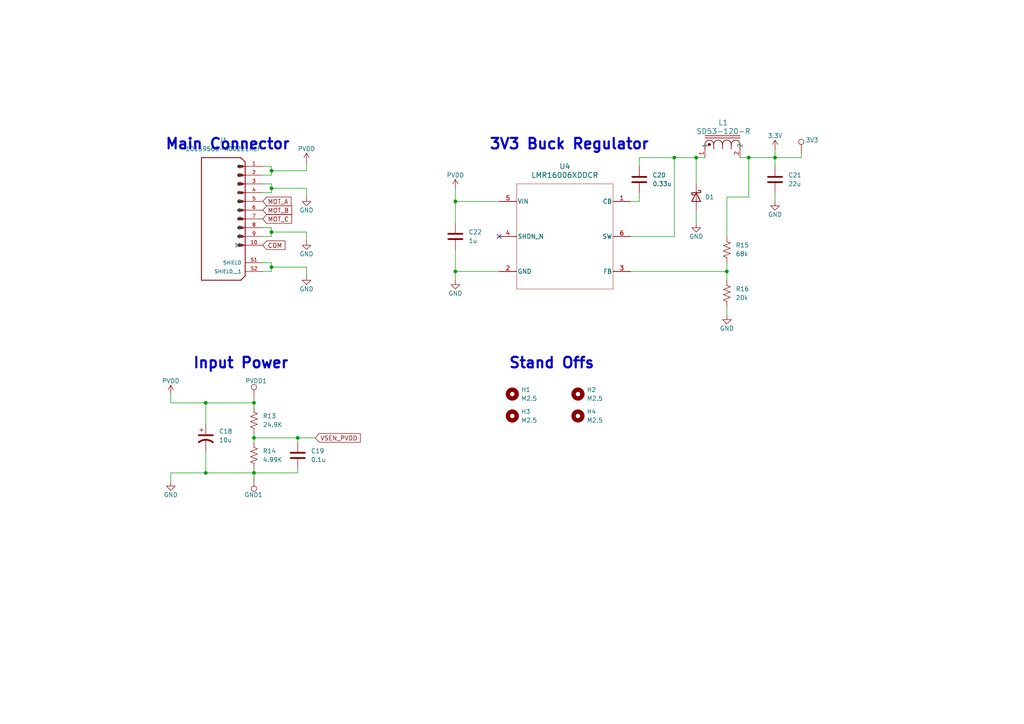
<source format=kicad_sch>
(kicad_sch (version 20231120) (generator "eeschema") (generator_version "8.0")
  (paper "A4")
  (title_block (title "Easy ESC") (date "2024-08-06") (rev "1.0") (company "Buckley Boards "))
  (lib_symbols
    (symbol "Connector:TestPoint" (pin_numbers hide) (pin_names (offset 0.762) hide)
      (property "Reference" "TP" (at 0 6.858 0))
      (property "Value" "TestPoint" (at 0 5.08 0))
      (symbol "TestPoint_0_1"
        (circle (center 0 3.302) (radius 0.762))
      )
      (symbol "TestPoint_1_1"
        (pin passive line (at 0 0 90) (length 2.54) (name "1") (number "1"))
      )
    )
    (symbol "Device:C" (pin_numbers hide) (pin_names (offset 0.254))
      (property "Reference" "C" (at 0.635 2.54 0))
      (property "Value" "C" (at 0.635 -2.54 0))
      (symbol "C_0_1"
        (polyline (pts (xy -2.032 -0.762) (xy 2.032 -0.762)) (stroke (width 0.508)))
        (polyline (pts (xy -2.032 0.762) (xy 2.032 0.762)) (stroke (width 0.508)))
      )
      (symbol "C_1_1"
        (pin passive line (at 0 3.81 270) (length 2.794) (name "~") (number "1"))
        (pin passive line (at 0 -3.81 90) (length 2.794) (name "~") (number "2"))
      )
    )
    (symbol "Device:C_Polarized_US" (pin_numbers hide) (pin_names (offset 0.254) hide)
      (property "Reference" "C" (at 0.635 2.54 0))
      (property "Value" "C_Polarized_US" (at 0.635 -2.54 0))
      (symbol "C_Polarized_US_0_1"
        (polyline (pts (xy -2.032 0.762) (xy 2.032 0.762)) (stroke (width 0.508)))
        (polyline (pts (xy -1.778 2.286) (xy -0.762 2.286)))
        (polyline (pts (xy -1.27 1.778) (xy -1.27 2.794)))
        (arc (start 2.032 -1.27) (mid 0 -0.5572) (end -2.032 -1.27) (stroke (width 0.508)))
      )
      (symbol "C_Polarized_US_1_1"
        (pin passive line (at 0 3.81 270) (length 2.794) (name "~") (number "1"))
        (pin passive line (at 0 -3.81 90) (length 3.302) (name "~") (number "2"))
      )
    )
    (symbol "Device:D_Schottky" (pin_numbers hide) (pin_names (offset 1.016) hide)
      (property "Reference" "D" (at 0 2.54 0))
      (property "Value" "D_Schottky" (at 0 -2.54 0))
      (symbol "D_Schottky_0_1"
        (polyline (pts (xy 1.27 0) (xy -1.27 0)))
        (polyline (pts (xy 1.27 1.27) (xy 1.27 -1.27) (xy -1.27 0) (xy 1.27 1.27)) (stroke (width 0.254)))
        (polyline (pts (xy -1.905 0.635) (xy -1.905 1.27) (xy -1.27 1.27) (xy -1.27 -1.27) (xy -0.635 -1.27) (xy -0.635 -0.635)) (stroke (width 0.254)))
      )
      (symbol "D_Schottky_1_1"
        (pin passive line (at -3.81 0 0) (length 2.54) (name "K") (number "1"))
        (pin passive line (at 3.81 0 180) (length 2.54) (name "A") (number "2"))
      )
    )
    (symbol "Device:R_US" (pin_numbers hide) (pin_names (offset 0))
      (property "Reference" "R" (at 2.54 0 90))
      (property "Value" "R_US" (at -2.54 0 90))
      (symbol "R_US_0_1"
        (polyline (pts (xy 0 -2.286) (xy 0 -2.54)))
        (polyline (pts (xy 0 2.286) (xy 0 2.54)))
        (polyline (pts (xy 0 -0.762) (xy 1.016 -1.143) (xy 0 -1.524) (xy -1.016 -1.905) (xy 0 -2.286)))
        (polyline (pts (xy 0 0.762) (xy 1.016 0.381) (xy 0 0) (xy -1.016 -0.381) (xy 0 -0.762)))
        (polyline (pts (xy 0 2.286) (xy 1.016 1.905) (xy 0 1.524) (xy -1.016 1.143) (xy 0 0.762)))
      )
      (symbol "R_US_1_1"
        (pin passive line (at 0 3.81 270) (length 1.27) (name "~") (number "1"))
        (pin passive line (at 0 -3.81 90) (length 1.27) (name "~") (number "2"))
      )
    )
    (symbol "EasyBLDC:10159560-A00221RLF" (pin_names (offset 1.016))
      (property "Reference" "J" (at 0 16.51 0))
      (property "Value" "10159560-A00221RLF" (at 0 -22.86 0))
      (symbol "10159560-A00221RLF_0_0"
        (polyline (pts (xy 0 -19.05) (xy 1.27 -20.32)) (stroke (width 0.254)))
        (polyline (pts (xy 0 -10.16) (xy 1.905 -10.16)) (stroke (width 0.254)))
        (polyline (pts (xy 0 -7.62) (xy 1.905 -7.62)) (stroke (width 0.254)))
        (polyline (pts (xy 0 -5.08) (xy 1.905 -5.08)) (stroke (width 0.254)))
        (polyline (pts (xy 0 -2.54) (xy 1.905 -2.54)) (stroke (width 0.254)))
        (polyline (pts (xy 0 0) (xy 1.905 0)) (stroke (width 0.254)))
        (polyline (pts (xy 0 2.54) (xy 1.905 2.54)) (stroke (width 0.254)))
        (polyline (pts (xy 0 5.08) (xy 1.905 5.08)) (stroke (width 0.254)))
        (polyline (pts (xy 0 7.62) (xy 1.905 7.62)) (stroke (width 0.254)))
        (polyline (pts (xy 0 10.16) (xy 1.905 10.16)) (stroke (width 0.254)))
        (polyline (pts (xy 0 12.7) (xy 0 -19.05)) (stroke (width 0.254)))
        (polyline (pts (xy 0 12.7) (xy 1.905 12.7)) (stroke (width 0.254)))
        (polyline (pts (xy 0 13.97) (xy 0 12.7)) (stroke (width 0.254)))
        (polyline (pts (xy 0 13.97) (xy 1.27 15.24)) (stroke (width 0.254)))
        (polyline (pts (xy 1.27 -20.32) (xy 12.7 -20.32)) (stroke (width 0.254)))
        (polyline (pts (xy 12.7 -20.32) (xy 12.7 15.24)) (stroke (width 0.254)))
        (polyline (pts (xy 12.7 15.24) (xy 1.27 15.24)) (stroke (width 0.254)))
        (rectangle (start 0.635 -10.4775) (end 2.2225 -9.8425) (stroke (width 0.1)) (fill (type outline)))
        (rectangle (start 0.635 -7.9375) (end 2.2225 -7.3025) (stroke (width 0.1)) (fill (type outline)))
        (rectangle (start 0.635 -5.3975) (end 2.2225 -4.7625) (stroke (width 0.1)) (fill (type outline)))
        (rectangle (start 0.635 -2.8575) (end 2.2225 -2.2225) (stroke (width 0.1)) (fill (type outline)))
        (rectangle (start 0.635 -0.3175) (end 2.2225 0.3175) (stroke (width 0.1)) (fill (type outline)))
        (rectangle (start 0.635 2.2225) (end 2.2225 2.8575) (stroke (width 0.1)) (fill (type outline)))
        (rectangle (start 0.635 4.7625) (end 2.2225 5.3975) (stroke (width 0.1)) (fill (type outline)))
        (rectangle (start 0.635 7.3025) (end 2.2225 7.9375) (stroke (width 0.1)) (fill (type outline)))
        (rectangle (start 0.635 9.8425) (end 2.2225 10.4775) (stroke (width 0.1)) (fill (type outline)))
        (rectangle (start 0.635 12.3825) (end 2.2225 13.0175) (stroke (width 0.1)) (fill (type outline)))
        (pin power_in line (at -5.08 12.7 0) (length 5.08) (name "1") (number "1"))
        (pin power_in line (at -5.08 -10.16 0) (length 5.08) (name "10") (number "10"))
        (pin power_in line (at -5.08 10.16 0) (length 5.08) (name "2") (number "2"))
        (pin power_in line (at -5.08 7.62 0) (length 5.08) (name "3") (number "3"))
        (pin power_in line (at -5.08 5.08 0) (length 5.08) (name "4") (number "4"))
        (pin power_in line (at -5.08 2.54 0) (length 5.08) (name "5") (number "5"))
        (pin power_in line (at -5.08 0 0) (length 5.08) (name "6") (number "6"))
        (pin power_in line (at -5.08 -2.54 0) (length 5.08) (name "7") (number "7"))
        (pin power_in line (at -5.08 -5.08 0) (length 5.08) (name "8") (number "8"))
        (pin power_in line (at -5.08 -7.62 0) (length 5.08) (name "9") (number "9"))
        (pin passive line (at -5.08 -15.24 0) (length 5.08) (name "SHIELD") (number "S1"))
        (pin passive line (at -5.08 -17.78 0) (length 5.08) (name "SHIELD__1") (number "S2"))
      )
    )
    (symbol "EasyBLDC:LMR16006XDDCR" (pin_names (offset 0.254))
      (property "Reference" "U" (at 0 2.54 0))
      (property "Value" "LMR16006XDDCR" (at 0 0 0))
      (symbol "LMR16006XDDCR_0_1"
        (polyline (pts (xy -12.7 -15.24) (xy 15.24 -15.24)) (stroke (width 0.1016)))
        (polyline (pts (xy -12.7 15.24) (xy -12.7 -15.24)) (stroke (width 0.1016)))
        (polyline (pts (xy 15.24 -15.24) (xy 15.24 15.24)) (stroke (width 0.1016)))
        (polyline (pts (xy 15.24 15.24) (xy -12.7 15.24)) (stroke (width 0.1016)))
        (pin output line (at 20.32 10.16 180) (length 5.08) (name "CB") (number "1"))
        (pin power_in line (at -17.78 -10.16 0) (length 5.08) (name "GND") (number "2"))
        (pin input line (at 20.32 -10.16 180) (length 5.08) (name "FB") (number "3"))
        (pin input line (at -17.78 0 0) (length 5.08) (name "SHDN_N") (number "4"))
        (pin power_in line (at -17.78 10.16 0) (length 5.08) (name "VIN") (number "5"))
        (pin power_in line (at 20.32 0 180) (length 5.08) (name "SW") (number "6"))
      )
    )
    (symbol "Mechanical:MountingHole" (pin_names (offset 1.016)) (exclude_from_sim yes) (in_bom no)
      (property "Reference" "H" (at 0 5.08 0))
      (property "Value" "MountingHole" (at 0 3.175 0))
      (symbol "MountingHole_0_1"
        (circle (center 0 0) (radius 1.27) (stroke (width 1.27)))
      )
    )
    (symbol "SD53:SD53-470-R" (pin_names (offset 0.254))
      (property "Reference" "L" (at 7.62 -1.27 0))
      (property "Value" "SD53-470-R" (at 7.62 -4.445 0))
      (symbol "SD53-470-R_1_1"
        (polyline (pts (xy 2.54 -10.16) (xy 3.81 -10.16)) (stroke (width 0.2032)))
        (polyline (pts (xy 2.54 -7.62) (xy 3.81 -7.62)) (stroke (width 0.2032)))
        (polyline (pts (xy 2.54 -5.08) (xy 3.81 -5.08)) (stroke (width 0.2032)))
        (polyline (pts (xy 2.54 -2.54) (xy 3.81 -2.54)) (stroke (width 0.2032)))
        (polyline (pts (xy 2.54 0) (xy 3.81 0)) (stroke (width 0.2032)))
        (polyline (pts (xy 3.683 -1.27) (xy 3.81 -1.27)) (stroke (width 0.508)))
        (polyline (pts (xy 5.715 0) (xy 5.715 -10.16)) (stroke (width 0.2032)))
        (polyline (pts (xy 6.35 0) (xy 6.35 -10.16)) (stroke (width 0.2032)))
        (arc (start 3.81 -10.16) (mid 5.0744 -8.89) (end 3.81 -7.62) (stroke (width 0.2032)))
        (arc (start 3.81 -7.62) (mid 5.0744 -6.35) (end 3.81 -5.08) (stroke (width 0.2032)))
        (arc (start 3.81 -5.08) (mid 5.0744 -3.81) (end 3.81 -2.54) (stroke (width 0.2032)))
        (arc (start 3.81 -2.54) (mid 5.0744 -1.27) (end 3.81 0) (stroke (width 0.2032)))
        (arc (start 3.81 -1.524) (mid 4.0628 -1.27) (end 3.81 -1.016) (stroke (width 0.254)))
        (arc (start 3.81 -1.524) (mid 4.0628 -1.27) (end 3.81 -1.016) (stroke (width 0.254)))
        (arc (start 3.81 -1.524) (mid 4.0628 -1.27) (end 3.81 -1.016) (stroke (width 0.254)))
        (arc (start 3.81 -1.524) (mid 4.0628 -1.27) (end 3.81 -1.016) (stroke (width 0.254)))
        (arc (start 3.81 -1.524) (mid 4.0628 -1.27) (end 3.81 -1.016) (stroke (width 0.254)))
        (arc (start 3.81 -1.524) (mid 4.0628 -1.27) (end 3.81 -1.016) (stroke (width 0.254)))
        (arc (start 3.81 -1.524) (mid 4.0628 -1.27) (end 3.81 -1.016) (stroke (width 0.254)))
        (arc (start 3.81 -1.016) (mid 3.5571 -1.27) (end 3.81 -1.524) (stroke (width 0.254)))
        (arc (start 3.81 -1.016) (mid 3.5571 -1.27) (end 3.81 -1.524) (stroke (width 0.254)))
        (arc (start 3.81 -1.016) (mid 3.5571 -1.27) (end 3.81 -1.524) (stroke (width 0.254)))
        (arc (start 3.81 -1.016) (mid 3.5571 -1.27) (end 3.81 -1.524) (stroke (width 0.254)))
        (arc (start 3.81 -1.016) (mid 3.5571 -1.27) (end 3.81 -1.524) (stroke (width 0.254)))
        (arc (start 3.81 -1.016) (mid 3.5571 -1.27) (end 3.81 -1.524) (stroke (width 0.254)))
        (arc (start 3.81 -1.016) (mid 3.5571 -1.27) (end 3.81 -1.524) (stroke (width 0.254)))
        (pin unspecified line (at 0 0 0) (length 2.54) (name "1") (number "1"))
        (pin unspecified line (at 0 -10.16 0) (length 2.54) (name "2") (number "2"))
      )
    )
    (symbol "power:GND" (power) (pin_numbers hide) (pin_names (offset 0) hide)
      (property "Value" "GND" (at 0 -3.81 0))
      (symbol "GND_0_1"
        (polyline (pts (xy 0 0) (xy 0 -1.27) (xy 1.27 -1.27) (xy 0 -2.54) (xy -1.27 -1.27) (xy 0 -1.27)))
      )
      (symbol "GND_1_1"
        (pin power_in line (at 0 0 270) (length 0) (name "~") (number "1"))
      )
    )
    (symbol "power:VDC" (power) (pin_numbers hide) (pin_names (offset 0) hide)
      (property "Value" "VDC" (at 0 3.556 0))
      (symbol "VDC_0_1"
        (polyline (pts (xy -0.762 1.27) (xy 0 2.54)))
        (polyline (pts (xy 0 0) (xy 0 2.54)))
        (polyline (pts (xy 0 2.54) (xy 0.762 1.27)))
      )
      (symbol "VDC_1_1"
        (pin power_in line (at 0 0 90) (length 0) (name "~") (number "1"))
      )
    )
  )
  (junction (at 86.36 127))
  (junction (at 73.66 127))
  (junction (at 78.74 67.31))
  (junction (at 132.08 58.42))
  (junction (at 132.08 78.74))
  (junction (at 73.66 137.16))
  (junction (at 78.74 77.47))
  (junction (at 59.69 116.84))
  (junction (at 210.82 78.74))
  (junction (at 78.74 49.53))
  (junction (at 195.58 45.72))
  (junction (at 217.17 45.72))
  (junction (at 224.79 45.72))
  (junction (at 78.74 54.61))
  (junction (at 73.66 116.84))
  (junction (at 59.69 137.16))
  (junction (at 201.93 45.72))
  (no_connect (at 144.78 68.58))
  (wire (pts (xy 217.17 57.15) (xy 210.82 57.15)))
  (wire (pts (xy 185.42 58.42) (xy 185.42 55.88)))
  (wire (pts (xy 78.74 68.58) (xy 76.2 68.58)))
  (wire (pts (xy 217.17 45.72) (xy 217.17 57.15)))
  (wire (pts (xy 78.74 54.61) (xy 88.9 54.61)))
  (wire (pts (xy 210.82 76.2) (xy 210.82 78.74)))
  (wire (pts (xy 182.88 68.58) (xy 195.58 68.58)))
  (wire (pts (xy 88.9 46.99) (xy 88.9 49.53)))
  (wire (pts (xy 78.74 78.74) (xy 76.2 78.74)))
  (wire (pts (xy 185.42 45.72) (xy 195.58 45.72)))
  (wire (pts (xy 49.53 114.3) (xy 49.53 116.84)))
  (wire (pts (xy 132.08 64.77) (xy 132.08 58.42)))
  (wire (pts (xy 73.66 116.84) (xy 59.69 116.84)))
  (wire (pts (xy 224.79 43.18) (xy 224.79 45.72)))
  (wire (pts (xy 86.36 127) (xy 91.44 127)))
  (wire (pts (xy 132.08 78.74) (xy 144.78 78.74)))
  (wire (pts (xy 76.2 76.2) (xy 78.74 76.2)))
  (wire (pts (xy 73.66 137.16) (xy 73.66 138.43)))
  (wire (pts (xy 76.2 50.8) (xy 78.74 50.8)))
  (wire (pts (xy 76.2 55.88) (xy 78.74 55.88)))
  (wire (pts (xy 201.93 60.96) (xy 201.93 64.77)))
  (wire (pts (xy 132.08 72.39) (xy 132.08 78.74)))
  (wire (pts (xy 76.2 66.04) (xy 78.74 66.04)))
  (wire (pts (xy 182.88 78.74) (xy 210.82 78.74)))
  (wire (pts (xy 73.66 127) (xy 73.66 128.27)))
  (wire (pts (xy 232.41 44.45) (xy 232.41 45.72)))
  (wire (pts (xy 86.36 127) (xy 73.66 127)))
  (wire (pts (xy 232.41 45.72) (xy 224.79 45.72)))
  (wire (pts (xy 78.74 50.8) (xy 78.74 49.53)))
  (wire (pts (xy 201.93 45.72) (xy 201.93 53.34)))
  (wire (pts (xy 185.42 48.26) (xy 185.42 45.72)))
  (wire (pts (xy 210.82 78.74) (xy 210.82 81.28)))
  (wire (pts (xy 195.58 45.72) (xy 201.93 45.72)))
  (wire (pts (xy 59.69 130.81) (xy 59.69 137.16)))
  (wire (pts (xy 214.63 45.72) (xy 217.17 45.72)))
  (wire (pts (xy 78.74 54.61) (xy 78.74 53.34)))
  (wire (pts (xy 86.36 135.89) (xy 86.36 137.16)))
  (wire (pts (xy 78.74 67.31) (xy 88.9 67.31)))
  (wire (pts (xy 78.74 53.34) (xy 76.2 53.34)))
  (wire (pts (xy 217.17 45.72) (xy 224.79 45.72)))
  (wire (pts (xy 78.74 77.47) (xy 78.74 78.74)))
  (wire (pts (xy 78.74 55.88) (xy 78.74 54.61)))
  (wire (pts (xy 78.74 66.04) (xy 78.74 67.31)))
  (wire (pts (xy 78.74 49.53) (xy 88.9 49.53)))
  (wire (pts (xy 201.93 45.72) (xy 204.47 45.72)))
  (wire (pts (xy 88.9 77.47) (xy 88.9 80.01)))
  (wire (pts (xy 73.66 118.11) (xy 73.66 116.84)))
  (wire (pts (xy 78.74 76.2) (xy 78.74 77.47)))
  (wire (pts (xy 224.79 55.88) (xy 224.79 58.42)))
  (wire (pts (xy 132.08 78.74) (xy 132.08 81.28)))
  (wire (pts (xy 195.58 68.58) (xy 195.58 45.72)))
  (wire (pts (xy 73.66 137.16) (xy 59.69 137.16)))
  (wire (pts (xy 78.74 77.47) (xy 88.9 77.47)))
  (wire (pts (xy 49.53 137.16) (xy 49.53 139.7)))
  (wire (pts (xy 88.9 67.31) (xy 88.9 69.85)))
  (wire (pts (xy 73.66 115.57) (xy 73.66 116.84)))
  (wire (pts (xy 88.9 54.61) (xy 88.9 57.15)))
  (wire (pts (xy 73.66 125.73) (xy 73.66 127)))
  (wire (pts (xy 49.53 116.84) (xy 59.69 116.84)))
  (wire (pts (xy 132.08 58.42) (xy 132.08 54.61)))
  (wire (pts (xy 210.82 57.15) (xy 210.82 68.58)))
  (wire (pts (xy 73.66 135.89) (xy 73.66 137.16)))
  (wire (pts (xy 78.74 48.26) (xy 76.2 48.26)))
  (wire (pts (xy 210.82 88.9) (xy 210.82 91.44)))
  (wire (pts (xy 49.53 137.16) (xy 59.69 137.16)))
  (wire (pts (xy 132.08 58.42) (xy 144.78 58.42)))
  (wire (pts (xy 86.36 128.27) (xy 86.36 127)))
  (wire (pts (xy 78.74 49.53) (xy 78.74 48.26)))
  (wire (pts (xy 224.79 48.26) (xy 224.79 45.72)))
  (wire (pts (xy 59.69 116.84) (xy 59.69 123.19)))
  (wire (pts (xy 78.74 67.31) (xy 78.74 68.58)))
  (wire (pts (xy 182.88 58.42) (xy 185.42 58.42)))
  (wire (pts (xy 86.36 137.16) (xy 73.66 137.16)))
  (text "Stand Offs" (at 160.02 105.41 0) (effects (font (size 3.048 3.048) (bold yes))))
  (text "Main Connector" (at 66.04 41.91 0) (effects (font (size 3.048 3.048) (bold yes))))
  (text "Input Power" (at 69.85 105.41 0) (effects (font (size 3.048 3.048) (bold yes))))
  (text "3V3 Buck Regulator" (at 165.1 41.91 0) (effects (font (size 3.048 3.048) (bold yes))))
  (global_label "MOT_A" (shape input) (at 76.2 58.42 0) (property "Intersheetrefs" "${INTERSHEET_REFS}" (effects (hide yes))))
  (global_label "COM" (shape input) (at 76.2 71.12 0) (property "Intersheetrefs" "${INTERSHEET_REFS}" (effects (hide yes))))
  (global_label "MOT_B" (shape input) (at 76.2 60.96 0) (property "Intersheetrefs" "${INTERSHEET_REFS}" (effects (hide yes))))
  (global_label "VSEN_PVDD" (shape input) (at 91.44 127 0) (property "Intersheetrefs" "${INTERSHEET_REFS}" (effects (hide yes))))
  (global_label "MOT_C" (shape input) (at 76.2 63.5 0) (property "Intersheetrefs" "${INTERSHEET_REFS}" (effects (hide yes))))
  (symbol (lib_id "power:VDC") (at 132.08 54.61 0) (unit 1)
    (property "Reference" "#PWR052" (effects (hide yes)))
    (property "Value" "PVDD" (at 132.08 50.8 0))
    (property "Description" "Power symbol creates a global label with name \"VDC\"" (effects (hide yes)))
  )
  (symbol (lib_id "Device:C_Polarized_US") (at 59.69 127 0) (unit 1)
    (property "Reference" "C18" (at 63.5 125.0949 0) (effects (justify left)))
    (property "Value" "10u" (at 63.5 127.6349 0) (effects (justify left)))
    (property "Footprint" "Capacitor_SMD:C_1210_3225Metric" (effects (hide yes)))
    (property "Description" "Polarized capacitor, US symbol" (effects (hide yes)))
  )
  (symbol (lib_id "Mechanical:MountingHole") (at 167.64 120.65 0) (unit 1) (exclude_from_sim yes) (in_bom no)
    (property "Reference" "H4" (at 170.18 119.3799 0) (effects (justify left)))
    (property "Value" "M2.5" (at 170.18 121.9199 0) (effects (justify left)))
    (property "Footprint" "MountingHole:MountingHole_2.7mm_M2.5_ISO7380" (effects (hide yes)))
    (property "Description" "Mounting Hole without connection" (effects (hide yes)))
  )
  (symbol (lib_id "power:VDC") (at 224.79 43.18 0) (unit 1)
    (property "Reference" "#PWR050" (effects (hide yes)))
    (property "Value" "3.3V" (at 224.79 39.37 0))
    (property "Description" "Power symbol creates a global label with name \"VDC\"" (effects (hide yes)))
  )
  (symbol (lib_id "Device:C") (at 132.08 68.58 0) (unit 1)
    (property "Reference" "C22" (at 135.89 67.3099 0) (effects (justify left)))
    (property "Value" "1u" (at 135.89 69.8499 0) (effects (justify left)))
    (property "Footprint" "Capacitor_SMD:C_0603_1608Metric" (effects (hide yes)))
    (property "Description" "Unpolarized capacitor" (effects (hide yes)))
  )
  (symbol (lib_id "power:GND") (at 132.08 81.28 0) (unit 1)
    (property "Reference" "#PWR047" (effects (hide yes)))
    (property "Value" "GND" (at 132.08 85.09 0))
    (property "Description" "Power symbol creates a global label with name \"GND\" , ground" (effects (hide yes)))
  )
  (symbol (lib_id "Connector:TestPoint") (at 232.41 44.45 0) (unit 1) (in_bom no)
    (property "Reference" "3V3" (at 233.68 40.64 0) (effects (justify left)))
    (property "Value" "TestPoint" (effects (hide yes)))
    (property "Footprint" "TestPoint:TestPoint_Pad_D2.0mm" (effects (hide yes)))
    (property "Description" "test point" (effects (hide yes)))
  )
  (symbol (lib_id "Connector:TestPoint") (at 73.66 115.57 0) (unit 1) (in_bom no)
    (property "Reference" "PVDD1" (at 71.12 110.49 0) (effects (justify left)))
    (property "Value" "TestPoint" (effects (hide yes)))
    (property "Footprint" "TestPoint:TestPoint_Pad_D2.0mm" (effects (hide yes)))
    (property "Description" "test point" (effects (hide yes)))
  )
  (symbol (lib_id "Mechanical:MountingHole") (at 148.59 114.3 0) (unit 1) (exclude_from_sim yes) (in_bom no)
    (property "Reference" "H1" (at 151.13 113.0299 0) (effects (justify left)))
    (property "Value" "M2.5" (at 151.13 115.5699 0) (effects (justify left)))
    (property "Footprint" "MountingHole:MountingHole_2.7mm_M2.5_ISO7380" (effects (hide yes)))
    (property "Description" "Mounting Hole without connection" (effects (hide yes)))
  )
  (symbol (lib_id "SD53:SD53-470-R") (at 204.47 45.72 90) (unit 1)
    (property "Reference" "L1" (at 208.28 35.56 90) (effects (font (size 1.524 1.524)) (justify right)))
    (property "Value" "SD53-120-R" (at 201.93 38.1 90) (effects (font (size 1.524 1.524)) (justify right)))
    (property "Footprint" "Inductor_SMD:L_Changjiang_FNR4020S" (effects (hide yes)))
    (property "Datasheet" "SD53-470-R" (effects (hide yes)))
  )
  (symbol (lib_id "Mechanical:MountingHole") (at 167.64 114.3 0) (unit 1) (exclude_from_sim yes) (in_bom no)
    (property "Reference" "H2" (at 170.18 113.0299 0) (effects (justify left)))
    (property "Value" "M2.5" (at 170.18 115.5699 0) (effects (justify left)))
    (property "Footprint" "MountingHole:MountingHole_2.7mm_M2.5_ISO7380" (effects (hide yes)))
    (property "Description" "Mounting Hole without connection" (effects (hide yes)))
  )
  (symbol (lib_id "power:GND") (at 210.82 91.44 0) (unit 1)
    (property "Reference" "#PWR049" (effects (hide yes)))
    (property "Value" "GND" (at 210.82 95.25 0))
    (property "Description" "Power symbol creates a global label with name \"GND\" , ground" (effects (hide yes)))
  )
  (symbol (lib_id "Device:D_Schottky") (at 201.93 57.15 270) (unit 1)
    (property "Reference" "D1" (at 204.47 57.15 90) (effects (justify left)))
    (property "Value" "D_Schottky" (effects (hide yes)))
    (property "Footprint" "Diode_SMD:D_SOD-123" (effects (hide yes)))
    (property "Description" "Schottky diode" (effects (hide yes)))
  )
  (symbol (lib_id "Device:C") (at 86.36 132.08 0) (unit 1)
    (property "Reference" "C19" (at 90.17 130.8099 0) (effects (justify left)))
    (property "Value" "0.1u" (at 90.17 133.3499 0) (effects (justify left)))
    (property "Footprint" "Capacitor_SMD:C_0402_1005Metric" (effects (hide yes)))
    (property "Description" "Unpolarized capacitor" (effects (hide yes)))
  )
  (symbol (lib_id "Device:R_US") (at 210.82 85.09 0) (unit 1)
    (property "Reference" "R16" (at 213.36 83.8199 0) (effects (justify left)))
    (property "Value" "20k" (at 213.36 86.3599 0) (effects (justify left)))
    (property "Footprint" "Resistor_SMD:R_0603_1608Metric" (effects (hide yes)))
    (property "Description" "Resistor, US symbol" (effects (hide yes)))
  )
  (symbol (lib_id "power:VDC") (at 88.9 46.99 0) (unit 1)
    (property "Reference" "#PWR053" (effects (hide yes)))
    (property "Value" "PVDD" (at 88.9 43.18 0))
    (property "Description" "Power symbol creates a global label with name \"VDC\"" (effects (hide yes)))
  )
  (symbol (lib_id "power:GND") (at 224.79 58.42 0) (unit 1)
    (property "Reference" "#PWR051" (effects (hide yes)))
    (property "Value" "GND" (at 224.79 62.23 0))
    (property "Description" "Power symbol creates a global label with name \"GND\" , ground" (effects (hide yes)))
  )
  (symbol (lib_id "power:GND") (at 201.93 64.77 0) (unit 1)
    (property "Reference" "#PWR048" (effects (hide yes)))
    (property "Value" "GND" (at 201.93 68.58 0))
    (property "Description" "Power symbol creates a global label with name \"GND\" , ground" (effects (hide yes)))
  )
  (symbol (lib_id "Device:R_US") (at 73.66 132.08 0) (unit 1)
    (property "Reference" "R14" (at 76.2 130.8099 0) (effects (justify left)))
    (property "Value" "4.99K" (at 76.2 133.3499 0) (effects (justify left)))
    (property "Footprint" "Resistor_SMD:R_0402_1005Metric" (effects (hide yes)))
    (property "Description" "Resistor, US symbol" (effects (hide yes)))
  )
  (symbol (lib_id "Mechanical:MountingHole") (at 148.59 120.65 0) (unit 1) (exclude_from_sim yes) (in_bom no)
    (property "Reference" "H3" (at 151.13 119.3799 0) (effects (justify left)))
    (property "Value" "M2.5" (at 151.13 121.9199 0) (effects (justify left)))
    (property "Footprint" "MountingHole:MountingHole_2.7mm_M2.5_ISO7380" (effects (hide yes)))
    (property "Description" "Mounting Hole without connection" (effects (hide yes)))
  )
  (symbol (lib_id "power:GND") (at 88.9 80.01 0) (unit 1)
    (property "Reference" "#PWR046" (effects (hide yes)))
    (property "Value" "GND" (at 88.9 83.82 0))
    (property "Description" "Power symbol creates a global label with name \"GND\" , ground" (effects (hide yes)))
  )
  (symbol (lib_id "power:GND") (at 88.9 69.85 0) (unit 1)
    (property "Reference" "#PWR045" (effects (hide yes)))
    (property "Value" "GND" (at 88.9 73.66 0))
    (property "Description" "Power symbol creates a global label with name \"GND\" , ground" (effects (hide yes)))
  )
  (symbol (lib_id "EasyBLDC:10159560-A00221RLF") (at 71.12 60.96 0) (mirror y) (unit 1)
    (property "Reference" "J1" (at 64.77 40.64 0))
    (property "Value" "10159560-A00221RLF" (at 64.77 43.18 0))
    (property "Footprint" "EasyBLDC:AMPHENOL_10159560-A00221RLF" (effects (hide yes)))
    (property "PARTREV" "C" (effects (hide yes)))
    (property "STANDARD" "Manufacturer Recommendations" (effects (hide yes)))
    (property "MAXIMUM_PACKAGE_HEIGHT" "5.70mm" (effects (hide yes)))
    (property "MANUFACTURER" "Amphenol ICC" (effects (hide yes)))
  )
  (symbol (lib_id "Device:C") (at 185.42 52.07 0) (unit 1)
    (property "Reference" "C20" (at 189.23 50.7999 0) (effects (justify left)))
    (property "Value" "0.33u" (at 189.23 53.3399 0) (effects (justify left)))
    (property "Footprint" "Capacitor_SMD:C_0603_1608Metric" (effects (hide yes)))
    (property "Description" "Unpolarized capacitor" (effects (hide yes)))
  )
  (symbol (lib_id "Device:R_US") (at 210.82 72.39 0) (unit 1)
    (property "Reference" "R15" (at 213.36 71.1199 0) (effects (justify left)))
    (property "Value" "68k" (at 213.36 73.6599 0) (effects (justify left)))
    (property "Footprint" "Resistor_SMD:R_0603_1608Metric" (effects (hide yes)))
    (property "Description" "Resistor, US symbol" (effects (hide yes)))
  )
  (symbol (lib_id "Device:R_US") (at 73.66 121.92 0) (unit 1)
    (property "Reference" "R13" (at 76.2 120.6499 0) (effects (justify left)))
    (property "Value" "24.9K" (at 76.2 123.1899 0) (effects (justify left)))
    (property "Footprint" "Resistor_SMD:R_0603_1608Metric" (effects (hide yes)))
    (property "Description" "Resistor, US symbol" (effects (hide yes)))
  )
  (symbol (lib_id "power:VDC") (at 49.53 114.3 0) (mirror y) (unit 1)
    (property "Reference" "#PWR054" (effects (hide yes)))
    (property "Value" "PVDD" (at 49.53 110.49 0))
    (property "Description" "Power symbol creates a global label with name \"VDC\"" (effects (hide yes)))
  )
  (symbol (lib_id "power:GND") (at 49.53 139.7 0) (mirror y) (unit 1)
    (property "Reference" "#PWR055" (effects (hide yes)))
    (property "Value" "GND" (at 49.53 143.51 0))
    (property "Description" "Power symbol creates a global label with name \"GND\" , ground" (effects (hide yes)))
  )
  (symbol (lib_id "EasyBLDC:LMR16006XDDCR") (at 162.56 68.58 0) (unit 1)
    (property "Reference" "U4" (at 163.83 48.26 0) (effects (font (size 1.524 1.524))))
    (property "Value" "LMR16006XDDCR" (at 163.83 50.8 0) (effects (font (size 1.524 1.524))))
    (property "Footprint" "EasyBLDC:DDC0006A" (effects (hide yes)))
    (property "Datasheet" "LMR16006XDDCR" (effects (hide yes)))
  )
  (symbol (lib_id "power:GND") (at 88.9 57.15 0) (unit 1)
    (property "Reference" "#PWR044" (effects (hide yes)))
    (property "Value" "GND" (at 88.9 60.96 0))
    (property "Description" "Power symbol creates a global label with name \"GND\" , ground" (effects (hide yes)))
  )
  (symbol (lib_id "Device:C") (at 224.79 52.07 0) (unit 1)
    (property "Reference" "C21" (at 228.6 50.7999 0) (effects (justify left)))
    (property "Value" "22u" (at 228.6 53.3399 0) (effects (justify left)))
    (property "Footprint" "Capacitor_SMD:C_0603_1608Metric" (effects (hide yes)))
    (property "Description" "Unpolarized capacitor" (effects (hide yes)))
  )
  (symbol (lib_id "Connector:TestPoint") (at 73.66 138.43 180) (unit 1) (in_bom no)
    (property "Reference" "GND1" (at 76.2 143.51 0) (effects (justify left)))
    (property "Value" "TestPoint" (effects (hide yes)))
    (property "Footprint" "TestPoint:TestPoint_Pad_D2.0mm" (effects (hide yes)))
    (property "Description" "test point" (effects (hide yes)))
  )
)
</source>
